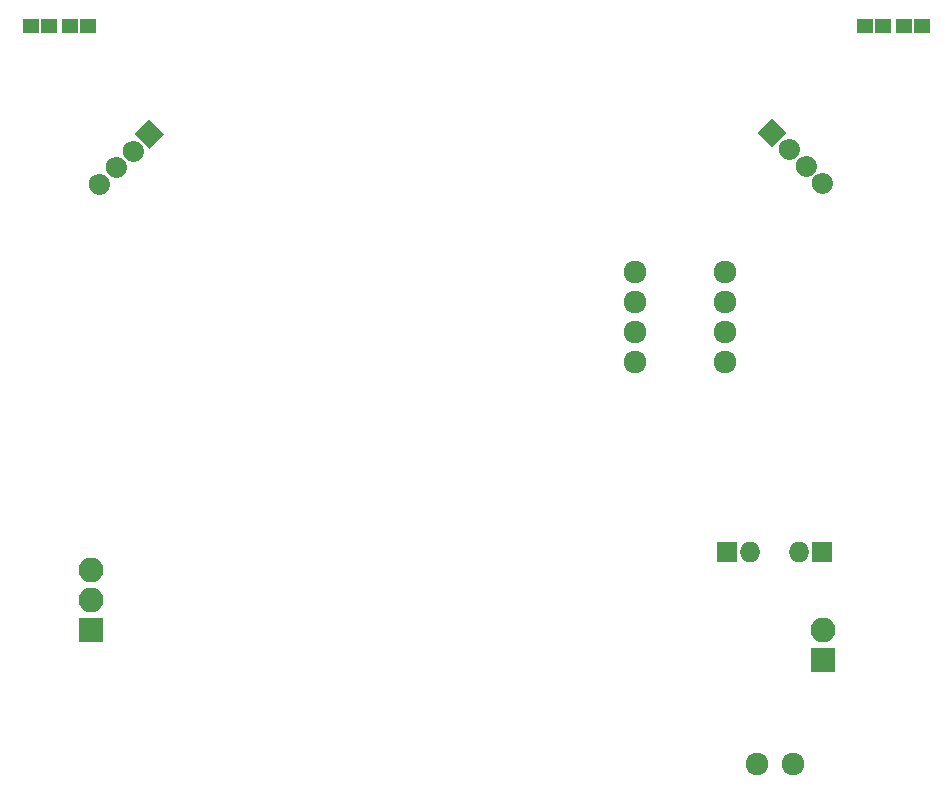
<source format=gbs>
G04 #@! TF.GenerationSoftware,KiCad,Pcbnew,(5.0.0)*
G04 #@! TF.CreationDate,2020-04-07T20:50:25+09:00*
G04 #@! TF.ProjectId,rokisi,726F6B6973692E6B696361645F706362,rev?*
G04 #@! TF.SameCoordinates,PX41cdb40PY30a32c0*
G04 #@! TF.FileFunction,Soldermask,Bot*
G04 #@! TF.FilePolarity,Negative*
%FSLAX46Y46*%
G04 Gerber Fmt 4.6, Leading zero omitted, Abs format (unit mm)*
G04 Created by KiCad (PCBNEW (5.0.0)) date 04/07/20 20:50:25*
%MOMM*%
%LPD*%
G01*
G04 APERTURE LIST*
%ADD10C,1.924000*%
%ADD11R,2.100000X2.100000*%
%ADD12O,2.100000X2.100000*%
%ADD13O,1.750000X1.750000*%
%ADD14R,1.750000X1.750000*%
%ADD15R,1.400000X1.200000*%
%ADD16C,1.750000*%
%ADD17C,1.750000*%
%ADD18C,0.100000*%
G04 APERTURE END LIST*
D10*
G04 #@! TO.C,U12*
X61400000Y-44920000D03*
X61400000Y-42380000D03*
X61400000Y-39840000D03*
X61400000Y-37300000D03*
X53780000Y-37300000D03*
X53780000Y-39840000D03*
X53780000Y-42380000D03*
X53780000Y-44920000D03*
G04 #@! TD*
D11*
G04 #@! TO.C,CN1*
X69650000Y-70100000D03*
D12*
X69650000Y-67560000D03*
G04 #@! TD*
D10*
G04 #@! TO.C,U1*
X67100000Y-78900000D03*
X64052000Y-78900000D03*
G04 #@! TD*
D13*
G04 #@! TO.C,CN2*
X67600000Y-61000000D03*
D14*
X69600000Y-61000000D03*
G04 #@! TD*
G04 #@! TO.C,CN3*
X61500000Y-61000000D03*
D13*
X63500000Y-61000000D03*
G04 #@! TD*
D15*
G04 #@! TO.C,J2*
X7400000Y-16400000D03*
X5900000Y-16400000D03*
X4100000Y-16400000D03*
X2600000Y-16400000D03*
G04 #@! TD*
G04 #@! TO.C,J5*
X73200000Y-16400000D03*
X74700000Y-16400000D03*
X76500000Y-16400000D03*
X78000000Y-16400000D03*
G04 #@! TD*
D16*
G04 #@! TO.C,J8*
X8371573Y-29828427D03*
D17*
X8371573Y-29828427D02*
X8371573Y-29828427D01*
D16*
X9785787Y-28414213D03*
D17*
X9785787Y-28414213D02*
X9785787Y-28414213D01*
D16*
X11200000Y-27000000D03*
D17*
X11200000Y-27000000D02*
X11200000Y-27000000D01*
D16*
X12614214Y-25585786D03*
D18*
G36*
X11376777Y-25585786D02*
X12614214Y-24348349D01*
X13851651Y-25585786D01*
X12614214Y-26823223D01*
X11376777Y-25585786D01*
X11376777Y-25585786D01*
G37*
G04 #@! TD*
D16*
G04 #@! TO.C,J11*
X65371573Y-25471573D03*
D18*
G36*
X65371573Y-26709010D02*
X64134136Y-25471573D01*
X65371573Y-24234136D01*
X66609010Y-25471573D01*
X65371573Y-26709010D01*
X65371573Y-26709010D01*
G37*
D16*
X66785787Y-26885787D03*
D17*
X66785787Y-26885787D02*
X66785787Y-26885787D01*
D16*
X68200000Y-28300000D03*
D17*
X68200000Y-28300000D02*
X68200000Y-28300000D01*
D16*
X69614214Y-29714214D03*
D17*
X69614214Y-29714214D02*
X69614214Y-29714214D01*
G04 #@! TD*
D11*
G04 #@! TO.C,J12*
X7650000Y-67550000D03*
D12*
X7650000Y-65010000D03*
X7650000Y-62470000D03*
G04 #@! TD*
M02*

</source>
